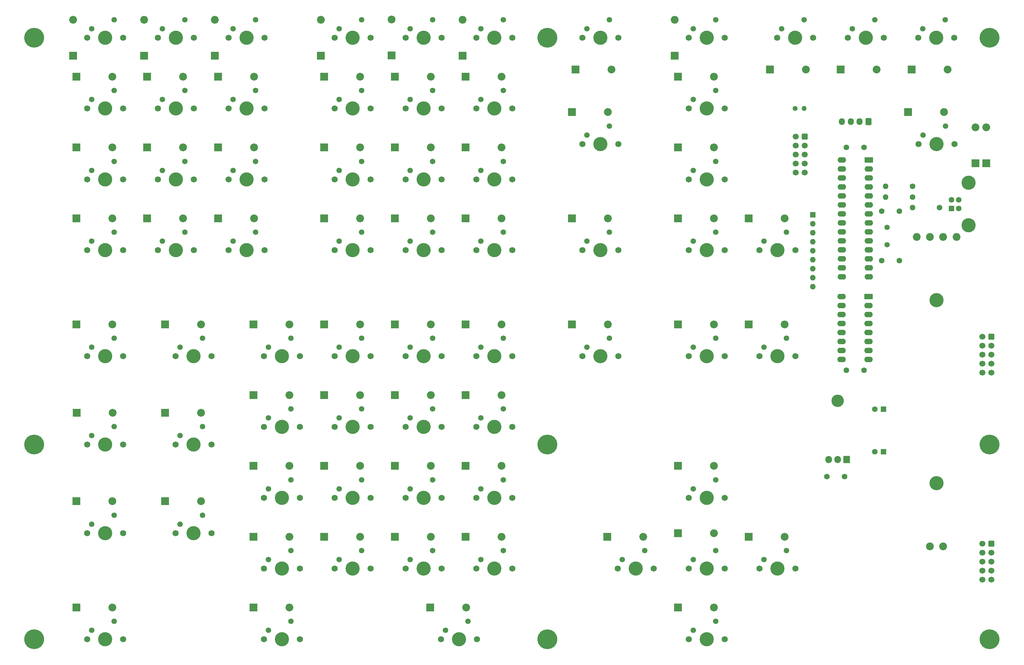
<source format=gbr>
%TF.GenerationSoftware,KiCad,Pcbnew,7.0.5*%
%TF.CreationDate,2023-09-10T17:56:05+02:00*%
%TF.ProjectId,CMD_Board,434d445f-426f-4617-9264-2e6b69636164,rev?*%
%TF.SameCoordinates,Original*%
%TF.FileFunction,Soldermask,Top*%
%TF.FilePolarity,Negative*%
%FSLAX46Y46*%
G04 Gerber Fmt 4.6, Leading zero omitted, Abs format (unit mm)*
G04 Created by KiCad (PCBNEW 7.0.5) date 2023-09-10 17:56:05*
%MOMM*%
%LPD*%
G01*
G04 APERTURE LIST*
G04 Aperture macros list*
%AMRoundRect*
0 Rectangle with rounded corners*
0 $1 Rounding radius*
0 $2 $3 $4 $5 $6 $7 $8 $9 X,Y pos of 4 corners*
0 Add a 4 corners polygon primitive as box body*
4,1,4,$2,$3,$4,$5,$6,$7,$8,$9,$2,$3,0*
0 Add four circle primitives for the rounded corners*
1,1,$1+$1,$2,$3*
1,1,$1+$1,$4,$5*
1,1,$1+$1,$6,$7*
1,1,$1+$1,$8,$9*
0 Add four rect primitives between the rounded corners*
20,1,$1+$1,$2,$3,$4,$5,0*
20,1,$1+$1,$4,$5,$6,$7,0*
20,1,$1+$1,$6,$7,$8,$9,0*
20,1,$1+$1,$8,$9,$2,$3,0*%
G04 Aperture macros list end*
%ADD10R,2.200000X2.200000*%
%ADD11O,2.200000X2.200000*%
%ADD12C,1.750000*%
%ADD13C,1.550000*%
%ADD14C,4.000000*%
%ADD15C,5.600000*%
%ADD16C,2.200000*%
%ADD17RoundRect,0.250000X0.600000X0.600000X-0.600000X0.600000X-0.600000X-0.600000X0.600000X-0.600000X0*%
%ADD18C,1.700000*%
%ADD19R,1.600000X1.600000*%
%ADD20C,1.600000*%
%ADD21C,1.400000*%
%ADD22O,1.400000X1.400000*%
%ADD23O,1.600000X1.600000*%
%ADD24C,1.500000*%
%ADD25O,3.500000X3.500000*%
%ADD26R,1.905000X2.000000*%
%ADD27O,1.905000X2.000000*%
%ADD28RoundRect,0.250000X0.600000X0.725000X-0.600000X0.725000X-0.600000X-0.725000X0.600000X-0.725000X0*%
%ADD29O,1.700000X1.950000*%
%ADD30R,2.400000X1.600000*%
%ADD31O,2.400000X1.600000*%
G04 APERTURE END LIST*
D10*
%TO.C,D58*%
X106920000Y-181000000D03*
D11*
X117080000Y-181000000D03*
%TD*%
D10*
%TO.C,D70*%
X246920000Y-161000000D03*
D11*
X257080000Y-161000000D03*
%TD*%
D12*
%TO.C,SW14*%
X149920000Y-20000000D03*
D13*
X151190000Y-17460000D03*
D14*
X155000000Y-20000000D03*
D13*
X157540000Y-14920000D03*
D12*
X160080000Y-20000000D03*
%TD*%
%TO.C,SW11*%
X79920000Y-80000000D03*
D13*
X81190000Y-77460000D03*
D14*
X85000000Y-80000000D03*
D13*
X87540000Y-74920000D03*
D12*
X90080000Y-80000000D03*
%TD*%
%TO.C,SW25*%
X199920000Y-20000000D03*
D13*
X201190000Y-17460000D03*
D14*
X205000000Y-20000000D03*
D13*
X207540000Y-14920000D03*
D12*
X210080000Y-20000000D03*
%TD*%
D15*
%TO.C,H2*%
X315000000Y-135000000D03*
%TD*%
D12*
%TO.C,SW56*%
X109920000Y-190000000D03*
D13*
X111190000Y-187460000D03*
D14*
X115000000Y-190000000D03*
D13*
X117540000Y-184920000D03*
D12*
X120080000Y-190000000D03*
%TD*%
D10*
%TO.C,D71*%
X226920000Y-181000000D03*
D11*
X237080000Y-181000000D03*
%TD*%
D10*
%TO.C,D44*%
X106920000Y-141000000D03*
D11*
X117080000Y-141000000D03*
%TD*%
D10*
%TO.C,D42*%
X106920000Y-101000000D03*
D11*
X117080000Y-101000000D03*
%TD*%
D12*
%TO.C,SW54*%
X169920000Y-150000000D03*
D13*
X171190000Y-147460000D03*
D14*
X175000000Y-150000000D03*
D13*
X177540000Y-144920000D03*
D12*
X180080000Y-150000000D03*
%TD*%
%TO.C,SW6*%
X99920000Y-40000000D03*
D13*
X101190000Y-37460000D03*
D14*
X105000000Y-40000000D03*
D13*
X107540000Y-34920000D03*
D12*
X110080000Y-40000000D03*
%TD*%
D10*
%TO.C,D14*%
X126000000Y-25080000D03*
D11*
X126000000Y-14920000D03*
%TD*%
D12*
%TO.C,SW52*%
X169920000Y-110000000D03*
D13*
X171190000Y-107460000D03*
D14*
X175000000Y-110000000D03*
D13*
X177540000Y-104920000D03*
D12*
X180080000Y-110000000D03*
%TD*%
%TO.C,SW20*%
X149920000Y-60000000D03*
D13*
X151190000Y-57460000D03*
D14*
X155000000Y-60000000D03*
D13*
X157540000Y-54920000D03*
D12*
X160080000Y-60000000D03*
%TD*%
%TO.C,SW12*%
X99920000Y-80000000D03*
D13*
X101190000Y-77460000D03*
D14*
X105000000Y-80000000D03*
D13*
X107540000Y-74920000D03*
D12*
X110080000Y-80000000D03*
%TD*%
%TO.C,SW35*%
X59920000Y-160000000D03*
D13*
X61190000Y-157460000D03*
D14*
X65000000Y-160000000D03*
D13*
X67540000Y-154920000D03*
D12*
X70080000Y-160000000D03*
%TD*%
D10*
%TO.C,D21*%
X126920000Y-51000000D03*
D11*
X137080000Y-51000000D03*
%TD*%
D12*
%TO.C,SW19*%
X129920000Y-60000000D03*
D13*
X131190000Y-57460000D03*
D14*
X135000000Y-60000000D03*
D13*
X137540000Y-54920000D03*
D12*
X140080000Y-60000000D03*
%TD*%
D10*
%TO.C,D40*%
X81920000Y-151000000D03*
D11*
X92080000Y-151000000D03*
%TD*%
D12*
%TO.C,SW28*%
X229920000Y-20000000D03*
D13*
X231190000Y-17460000D03*
D14*
X235000000Y-20000000D03*
D13*
X237540000Y-14920000D03*
D12*
X240080000Y-20000000D03*
%TD*%
%TO.C,SW26*%
X199920000Y-50000000D03*
D13*
X201190000Y-47460000D03*
D14*
X205000000Y-50000000D03*
D13*
X207540000Y-44920000D03*
D12*
X210080000Y-50000000D03*
%TD*%
%TO.C,SW13*%
X129920000Y-20000000D03*
D13*
X131190000Y-17460000D03*
D14*
X135000000Y-20000000D03*
D13*
X137540000Y-14920000D03*
D12*
X140080000Y-20000000D03*
%TD*%
D10*
%TO.C,D68*%
X206920000Y-161000000D03*
D11*
X217080000Y-161000000D03*
%TD*%
D10*
%TO.C,D17*%
X126920000Y-31000000D03*
D11*
X137080000Y-31000000D03*
%TD*%
D10*
%TO.C,D56*%
X166920000Y-141000000D03*
D11*
X177080000Y-141000000D03*
%TD*%
D12*
%TO.C,SW32*%
X249920000Y-80000000D03*
D13*
X251190000Y-77460000D03*
D14*
X255000000Y-80000000D03*
D13*
X257540000Y-74920000D03*
D12*
X260080000Y-80000000D03*
%TD*%
%TO.C,SW1*%
X59920000Y-20000000D03*
D13*
X61190000Y-17460000D03*
D14*
X65000000Y-20000000D03*
D13*
X67540000Y-14920000D03*
D12*
X70080000Y-20000000D03*
%TD*%
D10*
%TO.C,D49*%
X126920000Y-161000000D03*
D11*
X137080000Y-161000000D03*
%TD*%
D12*
%TO.C,SW3*%
X99920000Y-20000000D03*
D13*
X101190000Y-17460000D03*
D14*
X105000000Y-20000000D03*
D13*
X107540000Y-14920000D03*
D12*
X110080000Y-20000000D03*
%TD*%
D10*
%TO.C,D60*%
X196920000Y-101000000D03*
D11*
X207080000Y-101000000D03*
%TD*%
D12*
%TO.C,SW24*%
X169920000Y-80000000D03*
D13*
X171190000Y-77460000D03*
D14*
X175000000Y-80000000D03*
D13*
X177540000Y-74920000D03*
D12*
X180080000Y-80000000D03*
%TD*%
D10*
%TO.C,D29*%
X196920000Y-71000000D03*
D11*
X207080000Y-71000000D03*
%TD*%
D12*
%TO.C,SW60*%
X249920000Y-110000000D03*
D13*
X251190000Y-107460000D03*
D14*
X255000000Y-110000000D03*
D13*
X257540000Y-104920000D03*
D12*
X260080000Y-110000000D03*
%TD*%
D10*
%TO.C,D23*%
X166920000Y-51000000D03*
D11*
X177080000Y-51000000D03*
%TD*%
D10*
%TO.C,D52*%
X146920000Y-141000000D03*
D11*
X157080000Y-141000000D03*
%TD*%
D12*
%TO.C,SW68*%
X249920000Y-170000000D03*
D13*
X251190000Y-167460000D03*
D14*
X255000000Y-170000000D03*
D13*
X257540000Y-164920000D03*
D12*
X260080000Y-170000000D03*
%TD*%
D10*
%TO.C,D30*%
X226000000Y-25080000D03*
D11*
X226000000Y-14920000D03*
%TD*%
D12*
%TO.C,SW69*%
X229920000Y-190000000D03*
D13*
X231190000Y-187460000D03*
D14*
X235000000Y-190000000D03*
D13*
X237540000Y-184920000D03*
D12*
X240080000Y-190000000D03*
%TD*%
D15*
%TO.C,H5*%
X190000000Y-190000000D03*
%TD*%
D10*
%TO.C,D27*%
X197920000Y-29000000D03*
D11*
X208080000Y-29000000D03*
%TD*%
D10*
%TO.C,D31*%
X226920000Y-31000000D03*
D11*
X237080000Y-31000000D03*
%TD*%
D12*
%TO.C,SW57*%
X159920000Y-190000000D03*
D13*
X161190000Y-187460000D03*
D14*
X165000000Y-190000000D03*
D13*
X167540000Y-184920000D03*
D12*
X170080000Y-190000000D03*
%TD*%
D10*
%TO.C,D62*%
X246920000Y-101000000D03*
D11*
X257080000Y-101000000D03*
%TD*%
D12*
%TO.C,SW4*%
X59920000Y-40000000D03*
D13*
X61190000Y-37460000D03*
D14*
X65000000Y-40000000D03*
D13*
X67540000Y-34920000D03*
D12*
X70080000Y-40000000D03*
%TD*%
%TO.C,SW51*%
X149920000Y-170000000D03*
D13*
X151190000Y-167460000D03*
D14*
X155000000Y-170000000D03*
D13*
X157540000Y-164920000D03*
D12*
X160080000Y-170000000D03*
%TD*%
%TO.C,SW34*%
X59920000Y-135000000D03*
D13*
X61190000Y-132460000D03*
D14*
X65000000Y-135000000D03*
D13*
X67540000Y-129920000D03*
D12*
X70080000Y-135000000D03*
%TD*%
D10*
%TO.C,D67*%
X291920000Y-41000000D03*
D11*
X302080000Y-41000000D03*
%TD*%
D12*
%TO.C,SW66*%
X209920000Y-170000000D03*
D13*
X211190000Y-167460000D03*
D14*
X215000000Y-170000000D03*
D13*
X217540000Y-164920000D03*
D12*
X220080000Y-170000000D03*
%TD*%
D10*
%TO.C,D22*%
X146920000Y-51000000D03*
D11*
X157080000Y-51000000D03*
%TD*%
D12*
%TO.C,SW16*%
X129920000Y-40000000D03*
D13*
X131190000Y-37460000D03*
D14*
X135000000Y-40000000D03*
D13*
X137540000Y-34920000D03*
D12*
X140080000Y-40000000D03*
%TD*%
D10*
%TO.C,D9*%
X76920000Y-51000000D03*
D11*
X87080000Y-51000000D03*
%TD*%
D12*
%TO.C,SW22*%
X129920000Y-80000000D03*
D13*
X131190000Y-77460000D03*
D14*
X135000000Y-80000000D03*
D13*
X137540000Y-74920000D03*
D12*
X140080000Y-80000000D03*
%TD*%
%TO.C,SW17*%
X149920000Y-40000000D03*
D13*
X151190000Y-37460000D03*
D14*
X155000000Y-40000000D03*
D13*
X157540000Y-34920000D03*
D12*
X160080000Y-40000000D03*
%TD*%
D15*
%TO.C,H3*%
X190000000Y-135000000D03*
%TD*%
D12*
%TO.C,SW50*%
X149920000Y-150000000D03*
D13*
X151190000Y-147460000D03*
D14*
X155000000Y-150000000D03*
D13*
X157540000Y-144920000D03*
D12*
X160080000Y-150000000D03*
%TD*%
%TO.C,SW42*%
X109920000Y-150000000D03*
D13*
X111190000Y-147460000D03*
D14*
X115000000Y-150000000D03*
D13*
X117540000Y-144920000D03*
D12*
X120080000Y-150000000D03*
%TD*%
%TO.C,SW65*%
X294920000Y-50000000D03*
D13*
X296190000Y-47460000D03*
D14*
X300000000Y-50000000D03*
D13*
X302540000Y-44920000D03*
D12*
X305080000Y-50000000D03*
%TD*%
D10*
%TO.C,D69*%
X226920000Y-160000000D03*
D11*
X237080000Y-160000000D03*
%TD*%
D12*
%TO.C,SW33*%
X59920000Y-110000000D03*
D13*
X61190000Y-107460000D03*
D14*
X65000000Y-110000000D03*
D13*
X67540000Y-104920000D03*
D12*
X70080000Y-110000000D03*
%TD*%
D10*
%TO.C,D6*%
X76920000Y-31000000D03*
D11*
X87080000Y-31000000D03*
%TD*%
D12*
%TO.C,SW53*%
X169920000Y-130000000D03*
D13*
X171190000Y-127460000D03*
D14*
X175000000Y-130000000D03*
D13*
X177540000Y-124920000D03*
D12*
X180080000Y-130000000D03*
%TD*%
%TO.C,SW23*%
X149920000Y-80000000D03*
D13*
X151190000Y-77460000D03*
D14*
X155000000Y-80000000D03*
D13*
X157540000Y-74920000D03*
D12*
X160080000Y-80000000D03*
%TD*%
D10*
%TO.C,D59*%
X156920000Y-181000000D03*
D11*
X167080000Y-181000000D03*
%TD*%
D10*
%TO.C,D13*%
X96920000Y-71000000D03*
D11*
X107080000Y-71000000D03*
%TD*%
D12*
%TO.C,SW58*%
X199920000Y-110000000D03*
D13*
X201190000Y-107460000D03*
D14*
X205000000Y-110000000D03*
D13*
X207540000Y-104920000D03*
D12*
X210080000Y-110000000D03*
%TD*%
%TO.C,SW29*%
X229920000Y-40000000D03*
D13*
X231190000Y-37460000D03*
D14*
X235000000Y-40000000D03*
D13*
X237540000Y-34920000D03*
D12*
X240080000Y-40000000D03*
%TD*%
%TO.C,SW36*%
X84920000Y-110000000D03*
D13*
X86190000Y-107460000D03*
D14*
X90000000Y-110000000D03*
D13*
X92540000Y-104920000D03*
D12*
X95080000Y-110000000D03*
%TD*%
%TO.C,SW49*%
X149920000Y-130000000D03*
D13*
X151190000Y-127460000D03*
D14*
X155000000Y-130000000D03*
D13*
X157540000Y-124920000D03*
D12*
X160080000Y-130000000D03*
%TD*%
%TO.C,SW45*%
X129920000Y-130000000D03*
D13*
X131190000Y-127460000D03*
D14*
X135000000Y-130000000D03*
D13*
X137540000Y-124920000D03*
D12*
X140080000Y-130000000D03*
%TD*%
D10*
%TO.C,D51*%
X146920000Y-121000000D03*
D11*
X157080000Y-121000000D03*
%TD*%
D12*
%TO.C,SW37*%
X84920000Y-135000000D03*
D13*
X86190000Y-132460000D03*
D14*
X90000000Y-135000000D03*
D13*
X92540000Y-129920000D03*
D12*
X95080000Y-135000000D03*
%TD*%
D10*
%TO.C,D8*%
X56920000Y-51000000D03*
D11*
X67080000Y-51000000D03*
%TD*%
D12*
%TO.C,SW9*%
X99920000Y-60000000D03*
D13*
X101190000Y-57460000D03*
D14*
X105000000Y-60000000D03*
D13*
X107540000Y-54920000D03*
D12*
X110080000Y-60000000D03*
%TD*%
%TO.C,SW55*%
X169920000Y-170000000D03*
D13*
X171190000Y-167460000D03*
D14*
X175000000Y-170000000D03*
D13*
X177540000Y-164920000D03*
D12*
X180080000Y-170000000D03*
%TD*%
D10*
%TO.C,D45*%
X106920000Y-161000000D03*
D11*
X117080000Y-161000000D03*
%TD*%
D10*
%TO.C,D63*%
X252920000Y-29000000D03*
D11*
X263080000Y-29000000D03*
%TD*%
D10*
%TO.C,D47*%
X126920000Y-121000000D03*
D11*
X137080000Y-121000000D03*
%TD*%
D10*
%TO.C,D5*%
X56920000Y-31000000D03*
D11*
X67080000Y-31000000D03*
%TD*%
D10*
%TO.C,D53*%
X146920000Y-161000000D03*
D11*
X157080000Y-161000000D03*
%TD*%
D12*
%TO.C,SW15*%
X169920000Y-20000000D03*
D13*
X171190000Y-17460000D03*
D14*
X175000000Y-20000000D03*
D13*
X177540000Y-14920000D03*
D12*
X180080000Y-20000000D03*
%TD*%
D10*
%TO.C,D7*%
X96920000Y-31000000D03*
D11*
X107080000Y-31000000D03*
%TD*%
D10*
%TO.C,D26*%
X166920000Y-71000000D03*
D11*
X177080000Y-71000000D03*
%TD*%
D12*
%TO.C,SW63*%
X229920000Y-150000000D03*
D13*
X231190000Y-147460000D03*
D14*
X235000000Y-150000000D03*
D13*
X237540000Y-144920000D03*
D12*
X240080000Y-150000000D03*
%TD*%
%TO.C,SW8*%
X79920000Y-60000000D03*
D13*
X81190000Y-57460000D03*
D14*
X85000000Y-60000000D03*
D13*
X87540000Y-54920000D03*
D12*
X90080000Y-60000000D03*
%TD*%
%TO.C,SW18*%
X169920000Y-40000000D03*
D13*
X171190000Y-37460000D03*
D14*
X175000000Y-40000000D03*
D13*
X177540000Y-34920000D03*
D12*
X180080000Y-40000000D03*
%TD*%
D15*
%TO.C,H2*%
X190000000Y-20000000D03*
%TD*%
D10*
%TO.C,D32*%
X226920000Y-51000000D03*
D11*
X237080000Y-51000000D03*
%TD*%
D15*
%TO.C,H1*%
X45000000Y-135000000D03*
%TD*%
D10*
%TO.C,D41*%
X56920000Y-181000000D03*
D11*
X67080000Y-181000000D03*
%TD*%
D12*
%TO.C,SW62*%
X274920000Y-20000000D03*
D13*
X276190000Y-17460000D03*
D14*
X280000000Y-20000000D03*
D13*
X282540000Y-14920000D03*
D12*
X285080000Y-20000000D03*
%TD*%
%TO.C,SW47*%
X129920000Y-170000000D03*
D13*
X131190000Y-167460000D03*
D14*
X135000000Y-170000000D03*
D13*
X137540000Y-164920000D03*
D12*
X140080000Y-170000000D03*
%TD*%
D10*
%TO.C,D66*%
X292920000Y-29000000D03*
D11*
X303080000Y-29000000D03*
%TD*%
D15*
%TO.C,H4*%
X45000000Y-20000000D03*
%TD*%
D10*
%TO.C,D28*%
X196920000Y-41000000D03*
D11*
X207080000Y-41000000D03*
%TD*%
D12*
%TO.C,SW61*%
X254920000Y-20000000D03*
D13*
X256190000Y-17460000D03*
D14*
X260000000Y-20000000D03*
D13*
X262540000Y-14920000D03*
D12*
X265080000Y-20000000D03*
%TD*%
D10*
%TO.C,D57*%
X166920000Y-161000000D03*
D11*
X177080000Y-161000000D03*
%TD*%
D10*
%TO.C,D46*%
X126920000Y-101000000D03*
D11*
X137080000Y-101000000D03*
%TD*%
D10*
%TO.C,D64*%
X272920000Y-29000000D03*
D11*
X283080000Y-29000000D03*
%TD*%
D10*
%TO.C,D4*%
X96000000Y-25080000D03*
D11*
X96000000Y-14920000D03*
%TD*%
D12*
%TO.C,SW43*%
X109920000Y-170000000D03*
D13*
X111190000Y-167460000D03*
D14*
X115000000Y-170000000D03*
D13*
X117540000Y-164920000D03*
D12*
X120080000Y-170000000D03*
%TD*%
D10*
%TO.C,D65*%
X226920000Y-141000000D03*
D11*
X237080000Y-141000000D03*
%TD*%
D10*
%TO.C,D24*%
X126920000Y-71000000D03*
D11*
X137080000Y-71000000D03*
%TD*%
D12*
%TO.C,SW27*%
X199920000Y-80000000D03*
D13*
X201190000Y-77460000D03*
D14*
X205000000Y-80000000D03*
D13*
X207540000Y-74920000D03*
D12*
X210080000Y-80000000D03*
%TD*%
D10*
%TO.C,D35*%
X56920000Y-101000000D03*
D11*
X67080000Y-101000000D03*
%TD*%
D12*
%TO.C,SW40*%
X109920000Y-110000000D03*
D13*
X111190000Y-107460000D03*
D14*
X115000000Y-110000000D03*
D13*
X117540000Y-104920000D03*
D12*
X120080000Y-110000000D03*
%TD*%
D15*
%TO.C,H6*%
X45000000Y-190000000D03*
%TD*%
D10*
%TO.C,D43*%
X106920000Y-121000000D03*
D11*
X117080000Y-121000000D03*
%TD*%
D10*
%TO.C,D12*%
X76920000Y-71000000D03*
D11*
X87080000Y-71000000D03*
%TD*%
D12*
%TO.C,SW31*%
X229920000Y-80000000D03*
D13*
X231190000Y-77460000D03*
D14*
X235000000Y-80000000D03*
D13*
X237540000Y-74920000D03*
D12*
X240080000Y-80000000D03*
%TD*%
D15*
%TO.C,H2*%
X315000000Y-190000000D03*
%TD*%
D12*
%TO.C,SW64*%
X294840000Y-20000000D03*
D13*
X296110000Y-17460000D03*
D14*
X299920000Y-20000000D03*
D13*
X302460000Y-14920000D03*
D12*
X305000000Y-20000000D03*
%TD*%
D10*
%TO.C,D20*%
X166920000Y-31000000D03*
D11*
X177080000Y-31000000D03*
%TD*%
D15*
%TO.C,H2*%
X315000000Y-20000000D03*
%TD*%
D10*
%TO.C,D33*%
X226920000Y-71000000D03*
D11*
X237080000Y-71000000D03*
%TD*%
D10*
%TO.C,D34*%
X246920000Y-71000000D03*
D11*
X257080000Y-71000000D03*
%TD*%
D10*
%TO.C,D55*%
X166920000Y-121000000D03*
D11*
X177080000Y-121000000D03*
%TD*%
D12*
%TO.C,SW10*%
X59920000Y-80000000D03*
D13*
X61190000Y-77460000D03*
D14*
X65000000Y-80000000D03*
D13*
X67540000Y-74920000D03*
D12*
X70080000Y-80000000D03*
%TD*%
D10*
%TO.C,D2*%
X56000000Y-25080000D03*
D11*
X56000000Y-14920000D03*
%TD*%
D10*
%TO.C,D15*%
X146000000Y-25000000D03*
D11*
X146000000Y-14840000D03*
%TD*%
D10*
%TO.C,D36*%
X57000000Y-126000000D03*
D11*
X67160000Y-126000000D03*
%TD*%
D10*
%TO.C,D10*%
X96920000Y-51000000D03*
D11*
X107080000Y-51000000D03*
%TD*%
D12*
%TO.C,SW7*%
X59920000Y-60000000D03*
D13*
X61190000Y-57460000D03*
D14*
X65000000Y-60000000D03*
D13*
X67540000Y-54920000D03*
D12*
X70080000Y-60000000D03*
%TD*%
%TO.C,SW38*%
X84920000Y-160000000D03*
D13*
X86190000Y-157460000D03*
D14*
X90000000Y-160000000D03*
D13*
X92540000Y-154920000D03*
D12*
X95080000Y-160000000D03*
%TD*%
D10*
%TO.C,D50*%
X146920000Y-101000000D03*
D11*
X157080000Y-101000000D03*
%TD*%
D10*
%TO.C,D19*%
X146920000Y-31000000D03*
D11*
X157080000Y-31000000D03*
%TD*%
D12*
%TO.C,SW30*%
X229920000Y-60000000D03*
D13*
X231190000Y-57460000D03*
D14*
X235000000Y-60000000D03*
D13*
X237540000Y-54920000D03*
D12*
X240080000Y-60000000D03*
%TD*%
%TO.C,SW21*%
X169920000Y-60000000D03*
D13*
X171190000Y-57460000D03*
D14*
X175000000Y-60000000D03*
D13*
X177540000Y-54920000D03*
D12*
X180080000Y-60000000D03*
%TD*%
D10*
%TO.C,D38*%
X81920000Y-101000000D03*
D11*
X92080000Y-101000000D03*
%TD*%
D10*
%TO.C,D48*%
X126920000Y-141000000D03*
D11*
X137080000Y-141000000D03*
%TD*%
D12*
%TO.C,SW67*%
X229920000Y-170000000D03*
D13*
X231190000Y-167460000D03*
D14*
X235000000Y-170000000D03*
D13*
X237540000Y-164920000D03*
D12*
X240080000Y-170000000D03*
%TD*%
D10*
%TO.C,D3*%
X76000000Y-25080000D03*
D11*
X76000000Y-14920000D03*
%TD*%
D10*
%TO.C,D54*%
X166920000Y-101000000D03*
D11*
X177080000Y-101000000D03*
%TD*%
D10*
%TO.C,D11*%
X56920000Y-71000000D03*
D11*
X67080000Y-71000000D03*
%TD*%
D10*
%TO.C,D37*%
X56920000Y-151000000D03*
D11*
X67080000Y-151000000D03*
%TD*%
D12*
%TO.C,SW46*%
X129920000Y-150000000D03*
D13*
X131190000Y-147460000D03*
D14*
X135000000Y-150000000D03*
D13*
X137540000Y-144920000D03*
D12*
X140080000Y-150000000D03*
%TD*%
%TO.C,SW41*%
X109920000Y-130000000D03*
D13*
X111190000Y-127460000D03*
D14*
X115000000Y-130000000D03*
D13*
X117540000Y-124920000D03*
D12*
X120080000Y-130000000D03*
%TD*%
%TO.C,SW5*%
X79920000Y-40000000D03*
D13*
X81190000Y-37460000D03*
D14*
X85000000Y-40000000D03*
D13*
X87540000Y-34920000D03*
D12*
X90080000Y-40000000D03*
%TD*%
D10*
%TO.C,D25*%
X146920000Y-71000000D03*
D11*
X157080000Y-71000000D03*
%TD*%
D10*
%TO.C,D61*%
X226920000Y-101000000D03*
D11*
X237080000Y-101000000D03*
%TD*%
D16*
%TO.C,RV1*%
X298120000Y-76250000D03*
X294370000Y-76250000D03*
X298120000Y-163750000D03*
X301880000Y-76250000D03*
X305630000Y-76250000D03*
X301880000Y-163750000D03*
D14*
X300000000Y-94150000D03*
X300000000Y-145850000D03*
%TD*%
D12*
%TO.C,SW44*%
X129920000Y-110000000D03*
D13*
X131190000Y-107460000D03*
D14*
X135000000Y-110000000D03*
D13*
X137540000Y-104920000D03*
D12*
X140080000Y-110000000D03*
%TD*%
D10*
%TO.C,D39*%
X81920000Y-126000000D03*
D11*
X92080000Y-126000000D03*
%TD*%
D12*
%TO.C,SW39*%
X59920000Y-190000000D03*
D13*
X61190000Y-187460000D03*
D14*
X65000000Y-190000000D03*
D13*
X67540000Y-184920000D03*
D12*
X70080000Y-190000000D03*
%TD*%
%TO.C,SW48*%
X149920000Y-110000000D03*
D13*
X151190000Y-107460000D03*
D14*
X155000000Y-110000000D03*
D13*
X157540000Y-104920000D03*
D12*
X160080000Y-110000000D03*
%TD*%
D10*
%TO.C,D16*%
X166000000Y-25080000D03*
D11*
X166000000Y-14920000D03*
%TD*%
D12*
%TO.C,SW59*%
X229920000Y-110000000D03*
D13*
X231190000Y-107460000D03*
D14*
X235000000Y-110000000D03*
D13*
X237540000Y-104920000D03*
D12*
X240080000Y-110000000D03*
%TD*%
%TO.C,SW2*%
X79920000Y-20000000D03*
D13*
X81190000Y-17460000D03*
D14*
X85000000Y-20000000D03*
D13*
X87540000Y-14920000D03*
D12*
X90080000Y-20000000D03*
%TD*%
D17*
%TO.C,J4*%
X315500000Y-163000000D03*
D18*
X312960000Y-163000000D03*
X315500000Y-165540000D03*
X312960000Y-165540000D03*
X315500000Y-168080000D03*
X312960000Y-168080000D03*
X315500000Y-170620000D03*
X312960000Y-170620000D03*
X315500000Y-173160000D03*
X312960000Y-173160000D03*
%TD*%
D17*
%TO.C,J5*%
X315500000Y-104500000D03*
D18*
X312960000Y-104500000D03*
X315500000Y-107040000D03*
X312960000Y-107040000D03*
X315500000Y-109580000D03*
X312960000Y-109580000D03*
X315500000Y-112120000D03*
X312960000Y-112120000D03*
X315500000Y-114660000D03*
X312960000Y-114660000D03*
%TD*%
D10*
%TO.C,D18*%
X314000000Y-55500000D03*
D11*
X314000000Y-45340000D03*
%TD*%
D19*
%TO.C,J1*%
X304212500Y-68250000D03*
D20*
X304212500Y-65750000D03*
X306212500Y-65750000D03*
X306212500Y-68250000D03*
D14*
X309072500Y-61000000D03*
X309072500Y-73000000D03*
%TD*%
D21*
%TO.C,R4*%
X260000000Y-40000000D03*
D22*
X262540000Y-40000000D03*
%TD*%
D20*
%TO.C,C1*%
X279500000Y-51000000D03*
X274500000Y-51000000D03*
%TD*%
D17*
%TO.C,J2*%
X262752500Y-47920000D03*
D18*
X260212500Y-47920000D03*
X262752500Y-50460000D03*
X260212500Y-50460000D03*
X262752500Y-53000000D03*
X260212500Y-53000000D03*
X262752500Y-55540000D03*
X260212500Y-55540000D03*
X262752500Y-58080000D03*
X260212500Y-58080000D03*
%TD*%
D20*
%TO.C,R3*%
X293190000Y-65000000D03*
D23*
X285570000Y-65000000D03*
%TD*%
D19*
%TO.C,C6*%
X285000000Y-137000000D03*
D20*
X282500000Y-137000000D03*
%TD*%
D24*
%TO.C,Y1*%
X286000000Y-78450000D03*
X286000000Y-73550000D03*
%TD*%
D20*
%TO.C,R1*%
X300810000Y-68000000D03*
D23*
X293190000Y-68000000D03*
%TD*%
D10*
%TO.C,D1*%
X311000000Y-55500000D03*
D11*
X311000000Y-45340000D03*
%TD*%
D20*
%TO.C,C3*%
X289500000Y-69000000D03*
X284500000Y-69000000D03*
%TD*%
D25*
%TO.C,U2*%
X272000000Y-122570000D03*
D26*
X274540000Y-139230000D03*
D27*
X272000000Y-139230000D03*
X269460000Y-139230000D03*
%TD*%
D28*
%TO.C,J3*%
X280750000Y-43700000D03*
D29*
X278250000Y-43700000D03*
X275750000Y-43700000D03*
X273250000Y-43700000D03*
%TD*%
D19*
%TO.C,RN1*%
X265000000Y-70000000D03*
D23*
X265000000Y-72540000D03*
X265000000Y-75080000D03*
X265000000Y-77620000D03*
X265000000Y-80160000D03*
X265000000Y-82700000D03*
X265000000Y-85240000D03*
X265000000Y-87780000D03*
X265000000Y-90320000D03*
%TD*%
D30*
%TO.C,U3*%
X280825000Y-54500000D03*
D31*
X280825000Y-57040000D03*
X280825000Y-59580000D03*
X280825000Y-62120000D03*
X280825000Y-64660000D03*
X280825000Y-67200000D03*
X280825000Y-69740000D03*
X280825000Y-72280000D03*
X280825000Y-74820000D03*
X280825000Y-77360000D03*
X280825000Y-79900000D03*
X280825000Y-82440000D03*
X280825000Y-84980000D03*
X280825000Y-87520000D03*
X273205000Y-87520000D03*
X273205000Y-84980000D03*
X273205000Y-82440000D03*
X273205000Y-79900000D03*
X273205000Y-77360000D03*
X273205000Y-74820000D03*
X273205000Y-72280000D03*
X273205000Y-69740000D03*
X273205000Y-67200000D03*
X273205000Y-64660000D03*
X273205000Y-62120000D03*
X273205000Y-59580000D03*
X273205000Y-57040000D03*
X273205000Y-54500000D03*
%TD*%
D19*
%TO.C,C7*%
X285000000Y-125000000D03*
D20*
X282500000Y-125000000D03*
%TD*%
%TO.C,R2*%
X293190000Y-62000000D03*
D23*
X285570000Y-62000000D03*
%TD*%
D20*
%TO.C,C2*%
X279500000Y-114000000D03*
X274500000Y-114000000D03*
%TD*%
D30*
%TO.C,U1*%
X280800000Y-93125000D03*
D31*
X280800000Y-95665000D03*
X280800000Y-98205000D03*
X280800000Y-100745000D03*
X280800000Y-103285000D03*
X280800000Y-105825000D03*
X280800000Y-108365000D03*
X280800000Y-110905000D03*
X273180000Y-110905000D03*
X273180000Y-108365000D03*
X273180000Y-105825000D03*
X273180000Y-103285000D03*
X273180000Y-100745000D03*
X273180000Y-98205000D03*
X273180000Y-95665000D03*
X273180000Y-93125000D03*
%TD*%
D20*
%TO.C,C5*%
X269000000Y-144000000D03*
X274000000Y-144000000D03*
%TD*%
%TO.C,C4*%
X289500000Y-83000000D03*
X284500000Y-83000000D03*
%TD*%
M02*

</source>
